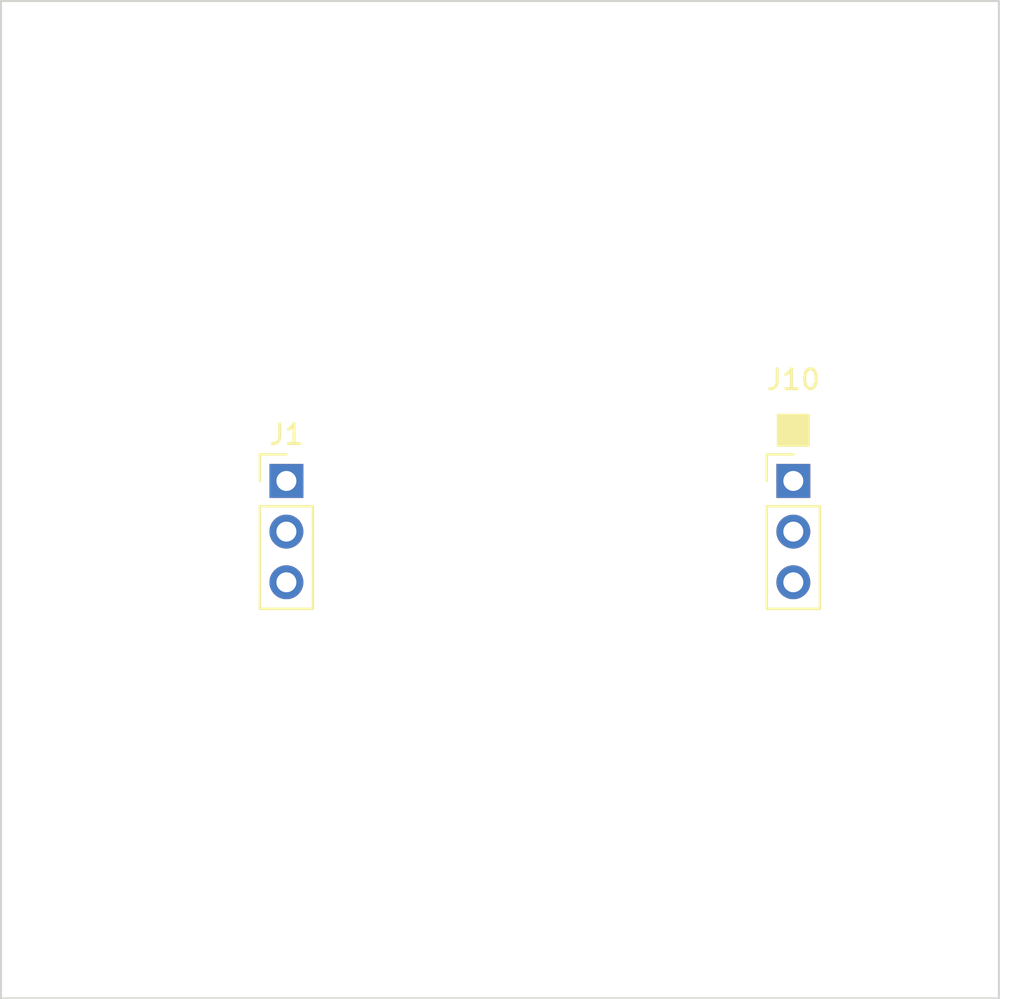
<source format=kicad_pcb>
(kicad_pcb (version 20211014) (generator pcbnew)
  (layers (0 "F.Cu" signal) (31 "B.Cu" signal) (34 "B.Paste" user) (35 "F.Paste" user) (36 "B.SilkS" user "B.Silkscreen") (37 "F.SilkS" user "F.Silkscreen") (38 "B.Mask" user) (39 "F.Mask" user) (44 "Edge.Cuts" user))
  (net 0 "")
  (net 1 "SIG01")
  (net 2 "GND")
  (net 3 "VCC")
  (footprint "oomlout_OOMP_modules:MODULE-CONN-OOBB-BA-01" (layer "F.Cu") (at 164.16 92.64)
    (fp_text reference "J10" (at 0 -5.08) (layer "F.SilkS"))
    (fp_text value "MODULE-CONN-OOBB-BA-01")
    (fp_line (start -1.33 6.41) (end 1.33 6.41) (layer "F.SilkS") (width 0.12))
    (fp_line (start -1.33 1.27) (end -1.33 6.41) (layer "F.SilkS") (width 0.12))
    (fp_line (start -1.33 0) (end -1.33 -1.33) (layer "F.SilkS") (width 0.12))
    (fp_line (start -1.33 -1.33) (end 0 -1.33) (layer "F.SilkS") (width 0.12))
    (fp_line (start 1.33 1.27) (end 1.33 6.41) (layer "F.SilkS") (width 0.12))
    (fp_line (start -1.33 1.27) (end 1.33 1.27) (layer "F.SilkS") (width 0.12))
    (fp_rect (start -0.77 -3.31) (end 0.77 -1.77) (layer "F.SilkS") (width 0.12) (fill solid))
    (pad "1" thru_hole rect (at 0 0) (size 1.7 1.7) (drill 1) (layers *.Cu *.Mask) (net 1 "SIG01"))
    (pad "2" thru_hole oval (at 0 2.54) (size 1.7 1.7) (drill 1) (layers *.Cu *.Mask) (net 3 "VCC"))
    (pad "3" thru_hole oval (at 0 5.08) (size 1.7 1.7) (drill 1) (layers *.Cu *.Mask) (net 2 "GND"))
  )
  (footprint "Connector_PinHeader_2.54mm:PinHeader_1x03_P2.54mm_Vertical" (layer "F.Cu") (at 138.76 92.64)
    (fp_text reference "J1" (at 0 -2.33) (layer "F.SilkS"))
    (fp_text value "HEAD-I01-X-PI03-01")
    (fp_line (start -1.33 6.41) (end 1.33 6.41) (layer "F.SilkS") (width 0.12))
    (fp_line (start -1.33 1.27) (end -1.33 6.41) (layer "F.SilkS") (width 0.12))
    (fp_line (start 1.33 1.27) (end 1.33 6.41) (layer "F.SilkS") (width 0.12))
    (fp_line (start -1.33 -1.33) (end 0 -1.33) (layer "F.SilkS") (width 0.12))
    (fp_line (start -1.33 0) (end -1.33 -1.33) (layer "F.SilkS") (width 0.12))
    (fp_line (start -1.33 1.27) (end 1.33 1.27) (layer "F.SilkS") (width 0.12))
    (pad "1" thru_hole rect (at 0 0) (size 1.7 1.7) (drill 1) (layers *.Cu *.Mask) (net 1 "SIG01"))
    (pad "2" thru_hole oval (at 0 2.54) (size 1.7 1.7) (drill 1) (layers *.Cu *.Mask) (net 3 "VCC"))
    (pad "3" thru_hole oval (at 0 5.08) (size 1.7 1.7) (drill 1) (layers *.Cu *.Mask) (net 2 "GND"))
  )
  (gr_line (start 174.46 118.58) (end 124.46 118.58) (layer "Edge.Cuts") (width 0.1))
  (gr_line (start 174.46 68.58) (end 174.46 118.58) (layer "Edge.Cuts") (width 0.1))
  (gr_line (start 124.46 118.58) (end 124.46 68.58) (layer "Edge.Cuts") (width 0.1))
  (gr_line (start 124.46 68.58) (end 174.46 68.58) (layer "Edge.Cuts") (width 0.1))
)
</source>
